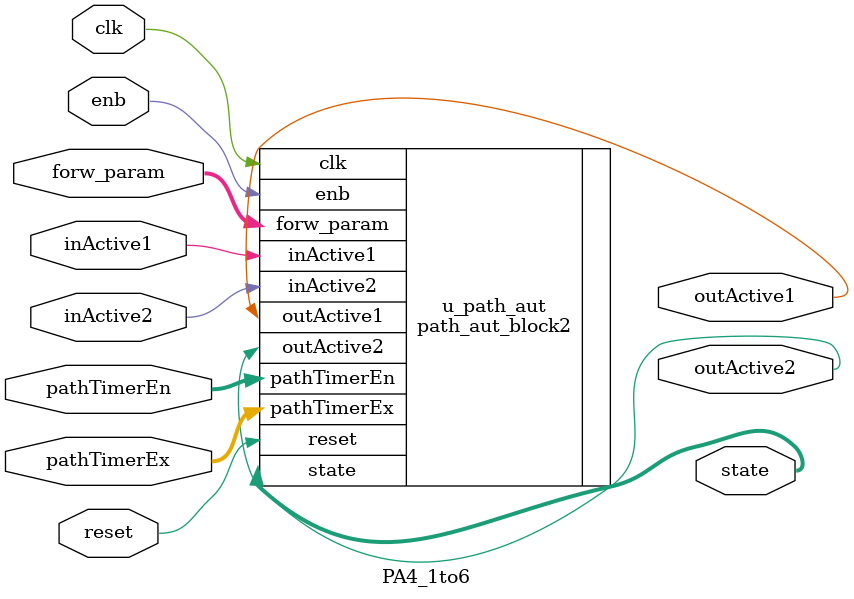
<source format=v>



`timescale 1 ns / 1 ns

module PA4_1to6
          (clk,
           reset,
           enb,
           inActive1,
           inActive2,
           pathTimerEn,
           pathTimerEx,
           forw_param,
           outActive1,
           outActive2,
           state);


  input   clk;
  input   reset;
  input   enb;
  input   inActive1;
  input   inActive2;
  input   [15:0] pathTimerEn;  // uint16
  input   [15:0] pathTimerEx;  // uint16
  input   [15:0] forw_param;  // uint16
  output  outActive1;
  output  outActive2;
  output  [7:0] state;  // uint8




  path_aut_block2 u_path_aut (.clk(clk),
                              .reset(reset),
                              .enb(enb),
                              .inActive1(inActive1),
                              .inActive2(inActive2),
                              .forw_param(forw_param),  // uint16
                              .pathTimerEn(pathTimerEn),  // uint16
                              .pathTimerEx(pathTimerEx),  // uint16
                              .outActive1(outActive1),
                              .outActive2(outActive2),
                              .state(state)  // uint8
                              );

endmodule  // PA4_1to6


</source>
